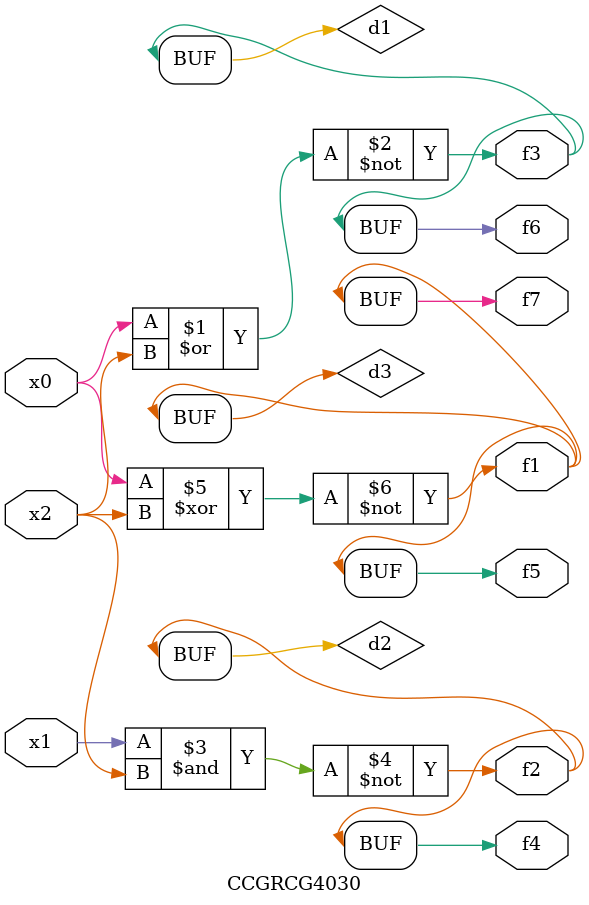
<source format=v>
module CCGRCG4030(
	input x0, x1, x2,
	output f1, f2, f3, f4, f5, f6, f7
);

	wire d1, d2, d3;

	nor (d1, x0, x2);
	nand (d2, x1, x2);
	xnor (d3, x0, x2);
	assign f1 = d3;
	assign f2 = d2;
	assign f3 = d1;
	assign f4 = d2;
	assign f5 = d3;
	assign f6 = d1;
	assign f7 = d3;
endmodule

</source>
